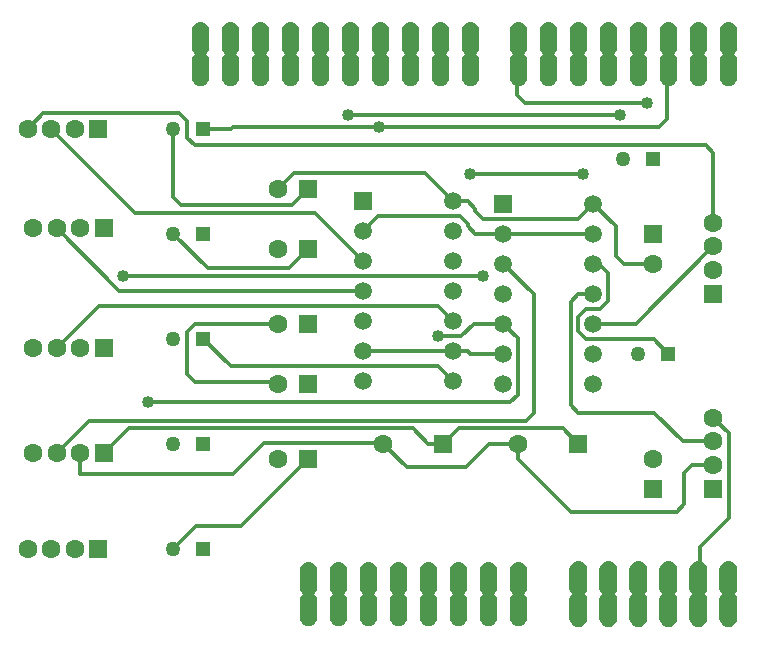
<source format=gbr>
G04 DipTrace 2.4.0.2*
%INTop.gbr*%
%MOIN*%
%ADD15C,0.013*%
%ADD17C,0.063*%
%ADD18R,0.063X0.063*%
%ADD19C,0.05*%
%ADD20R,0.05X0.05*%
%ADD21C,0.063*%
%ADD22R,0.0591X0.0591*%
%ADD23C,0.0591*%
%ADD24C,0.04*%
%FSLAX44Y44*%
G04*
G70*
G90*
G75*
G01*
%LNTop*%
%LPD*%
X26440Y16440D2*
D15*
X25450D1*
X25190Y16700D1*
Y17690D1*
X24440Y18440D1*
X13940Y14440D2*
X11145D1*
X10885Y14180D1*
Y12766D1*
X11145Y12506D1*
X13940D1*
Y12440D1*
X19756Y18531D2*
X18837Y19450D1*
X14450D1*
X13940Y18940D1*
X24440Y18440D2*
X23930Y17930D1*
X20766D1*
X20506Y18190D1*
Y18271D1*
X20246Y18531D1*
X19756D1*
X5578Y20940D2*
X6088Y21450D1*
X10625D1*
X10885Y21190D1*
Y20645D1*
X11145Y20385D1*
X28180D1*
X28440Y20125D1*
Y17802D1*
X27940Y5940D2*
X27992D1*
Y7000D1*
X28950Y7958D1*
Y10793D1*
X28440Y11302D1*
X16756Y17531D2*
X17246Y18021D1*
X19987D1*
X20246Y17761D1*
Y17700D1*
X20506Y17440D1*
X21440D1*
X16756Y13531D2*
X19756D1*
X21440Y17440D2*
X24440D1*
X19756Y13531D2*
X20246D1*
X20337Y13440D1*
X21440D1*
X26940Y22940D2*
D3*
X17286Y21005D2*
X12423D1*
X12358Y20940D1*
X11440D1*
X26940Y22940D2*
X26891D1*
Y21265D1*
X26631Y21005D1*
X17286D1*
X16266Y21400D2*
X25320D1*
X24440Y16440D2*
D3*
X24085Y19416D2*
X20340D1*
X24440Y16440D2*
X24635D1*
X24930Y16145D1*
Y15190D1*
X24670Y14930D1*
X24200D1*
X23940Y14670D1*
Y14190D1*
X24200Y13930D1*
X26450D1*
X26940Y13440D1*
X19756Y12531D2*
X19266Y13021D1*
X12359D1*
X11440Y13940D1*
X9600Y11815D2*
X21670D1*
X21930Y12075D1*
Y13950D1*
X21440Y14440D1*
X20456D1*
X20037Y14021D1*
X19266D1*
X21940Y22940D2*
X21891D1*
Y22055D1*
X22150Y21795D1*
X26239D1*
X14940Y16940D2*
X14281Y16281D1*
X11600D1*
X10440Y17440D1*
X14940Y9940D2*
X12698Y7698D1*
X11198D1*
X10440Y6940D1*
X20766Y16021D2*
X8766D1*
X14940Y18940D2*
X14391Y18391D1*
X10700D1*
X10440Y18651D1*
Y20940D1*
X23940Y10440D2*
X23430Y10950D1*
X19950D1*
X19440Y10440D1*
X18925D1*
X18416Y10950D1*
X8950D1*
X8121Y10121D1*
X28440Y9728D2*
X27730D1*
X27470Y9468D1*
Y8430D1*
X27210Y8170D1*
X23700D1*
X21940Y9930D1*
Y10440D1*
X17440D2*
X17430Y10450D1*
X13460D1*
X12440Y9430D1*
X7334D1*
Y10121D1*
X21940Y10440D2*
X20957D1*
X20187Y9670D1*
X18210D1*
X17440Y10440D1*
X16756Y16531D2*
X15156Y18131D1*
X9174D1*
X6365Y20940D1*
X16756Y15531D2*
X8637D1*
X6546Y17621D1*
X19756Y14531D2*
X19266Y15021D1*
X7946D1*
X6546Y13621D1*
X21440Y16440D2*
X22450Y15430D1*
Y11470D1*
X22190Y11210D1*
X7635D1*
X6546Y10121D1*
X24440Y15440D2*
X23940D1*
X23680Y15180D1*
Y11730D1*
X23940Y11470D1*
X26463D1*
X27418Y10515D1*
X28440D1*
Y17015D2*
X25865Y14440D1*
X24440D1*
D24*
X17286Y21005D3*
X25320Y21400D3*
X16266D3*
X20340Y19416D3*
X24085D3*
X19266Y14021D3*
X9600Y11815D3*
X26239Y21795D3*
X8766Y16021D3*
X20766D3*
G36*
X23640Y5240D2*
X23658Y5343D1*
X23710Y5433D1*
X23790Y5500D1*
X23888Y5536D1*
X23992D1*
X24090Y5500D1*
X24170Y5433D1*
X24222Y5343D1*
X24240Y5240D1*
Y4640D1*
X24222Y4538D1*
X24170Y4448D1*
X24090Y4380D1*
X23993Y4345D1*
X23888D1*
X23790Y4380D1*
X23711Y4447D1*
X23658Y4537D1*
X23640Y4640D1*
Y5240D1*
G37*
G36*
X24640D2*
X24658Y5343D1*
X24710Y5433D1*
X24790Y5500D1*
X24888Y5536D1*
X24992D1*
X25090Y5500D1*
X25170Y5433D1*
X25222Y5343D1*
X25240Y5240D1*
Y4640D1*
X25222Y4538D1*
X25170Y4448D1*
X25090Y4380D1*
X24993Y4345D1*
X24888D1*
X24790Y4380D1*
X24711Y4447D1*
X24658Y4537D1*
X24640Y4640D1*
Y5240D1*
G37*
G36*
X25640D2*
X25658Y5343D1*
X25710Y5433D1*
X25790Y5500D1*
X25888Y5536D1*
X25992D1*
X26090Y5500D1*
X26170Y5433D1*
X26222Y5343D1*
X26240Y5240D1*
Y4640D1*
X26222Y4538D1*
X26170Y4448D1*
X26090Y4380D1*
X25993Y4345D1*
X25888D1*
X25790Y4380D1*
X25711Y4447D1*
X25658Y4537D1*
X25640Y4640D1*
Y5240D1*
G37*
G36*
X26640D2*
X26658Y5343D1*
X26710Y5433D1*
X26790Y5500D1*
X26888Y5536D1*
X26992D1*
X27090Y5500D1*
X27170Y5433D1*
X27222Y5343D1*
X27240Y5240D1*
Y4640D1*
X27222Y4538D1*
X27170Y4448D1*
X27090Y4380D1*
X26993Y4345D1*
X26888D1*
X26790Y4380D1*
X26711Y4447D1*
X26658Y4537D1*
X26640Y4640D1*
Y5240D1*
G37*
G36*
X27640D2*
X27658Y5343D1*
X27710Y5433D1*
X27790Y5500D1*
X27888Y5536D1*
X27992D1*
X28090Y5500D1*
X28170Y5433D1*
X28222Y5343D1*
X28240Y5240D1*
Y4640D1*
X28222Y4538D1*
X28170Y4448D1*
X28090Y4380D1*
X27993Y4345D1*
X27888D1*
X27790Y4380D1*
X27711Y4447D1*
X27658Y4537D1*
X27640Y4640D1*
Y5240D1*
G37*
G36*
X28640D2*
X28658Y5343D1*
X28710Y5433D1*
X28790Y5500D1*
X28888Y5536D1*
X28992D1*
X29090Y5500D1*
X29170Y5433D1*
X29222Y5343D1*
X29240Y5240D1*
Y4640D1*
X29222Y4538D1*
X29170Y4448D1*
X29090Y4380D1*
X28993Y4345D1*
X28888D1*
X28790Y4380D1*
X28711Y4447D1*
X28658Y4537D1*
X28640Y4640D1*
Y5240D1*
G37*
G36*
X29227Y23653D2*
X29210Y23555D1*
X29160Y23469D1*
X29084Y23405D1*
X28990Y23371D1*
X28891Y23370D1*
X28797Y23404D1*
X28720Y23468D1*
X28671Y23555D1*
X28653Y23653D1*
Y24227D1*
X28670Y24325D1*
X28720Y24411D1*
X28796Y24476D1*
X28890Y24510D1*
X28990D1*
X29083Y24476D1*
X29160Y24412D1*
X29210Y24326D1*
X29227Y24227D1*
Y23653D1*
G37*
G36*
X28227D2*
X28210Y23555D1*
X28160Y23469D1*
X28084Y23405D1*
X27990Y23371D1*
X27891Y23370D1*
X27797Y23404D1*
X27720Y23468D1*
X27671Y23555D1*
X27653Y23653D1*
Y24227D1*
X27670Y24325D1*
X27720Y24411D1*
X27796Y24476D1*
X27890Y24510D1*
X27990D1*
X28083Y24476D1*
X28160Y24412D1*
X28210Y24326D1*
X28227Y24227D1*
Y23653D1*
G37*
G36*
X27227D2*
X27210Y23555D1*
X27160Y23469D1*
X27084Y23405D1*
X26990Y23371D1*
X26891Y23370D1*
X26797Y23404D1*
X26720Y23468D1*
X26671Y23555D1*
X26653Y23653D1*
Y24227D1*
X26670Y24325D1*
X26720Y24411D1*
X26796Y24476D1*
X26890Y24510D1*
X26990D1*
X27083Y24476D1*
X27160Y24412D1*
X27210Y24326D1*
X27227Y24227D1*
Y23653D1*
G37*
G36*
X26227D2*
X26210Y23555D1*
X26160Y23469D1*
X26084Y23405D1*
X25990Y23371D1*
X25891Y23370D1*
X25797Y23404D1*
X25720Y23468D1*
X25671Y23555D1*
X25653Y23653D1*
Y24227D1*
X25670Y24325D1*
X25720Y24411D1*
X25796Y24476D1*
X25890Y24510D1*
X25990D1*
X26083Y24476D1*
X26160Y24412D1*
X26210Y24326D1*
X26227Y24227D1*
Y23653D1*
G37*
G36*
X25227D2*
X25210Y23555D1*
X25160Y23469D1*
X25084Y23405D1*
X24990Y23371D1*
X24891Y23370D1*
X24797Y23404D1*
X24720Y23468D1*
X24671Y23555D1*
X24653Y23653D1*
Y24227D1*
X24670Y24325D1*
X24720Y24411D1*
X24796Y24476D1*
X24890Y24510D1*
X24990D1*
X25083Y24476D1*
X25160Y24412D1*
X25210Y24326D1*
X25227Y24227D1*
Y23653D1*
G37*
G36*
X24227D2*
X24210Y23555D1*
X24160Y23469D1*
X24084Y23405D1*
X23990Y23371D1*
X23891Y23370D1*
X23797Y23404D1*
X23720Y23468D1*
X23671Y23555D1*
X23653Y23653D1*
Y24227D1*
X23670Y24325D1*
X23720Y24411D1*
X23796Y24476D1*
X23890Y24510D1*
X23990D1*
X24083Y24476D1*
X24160Y24412D1*
X24210Y24326D1*
X24227Y24227D1*
Y23653D1*
G37*
G36*
X23227D2*
X23210Y23555D1*
X23160Y23469D1*
X23084Y23405D1*
X22990Y23371D1*
X22891Y23370D1*
X22797Y23404D1*
X22720Y23468D1*
X22671Y23555D1*
X22653Y23653D1*
Y24227D1*
X22670Y24325D1*
X22720Y24411D1*
X22796Y24476D1*
X22890Y24510D1*
X22990D1*
X23083Y24476D1*
X23160Y24412D1*
X23210Y24326D1*
X23227Y24227D1*
Y23653D1*
G37*
G36*
X22227D2*
X22210Y23555D1*
X22160Y23469D1*
X22084Y23405D1*
X21990Y23371D1*
X21891Y23370D1*
X21797Y23404D1*
X21720Y23468D1*
X21671Y23555D1*
X21653Y23653D1*
Y24227D1*
X21670Y24325D1*
X21720Y24411D1*
X21796Y24476D1*
X21890Y24510D1*
X21990D1*
X22083Y24476D1*
X22160Y24412D1*
X22210Y24326D1*
X22227Y24227D1*
Y23653D1*
G37*
G36*
X14653Y5227D2*
X14670Y5325D1*
X14720Y5411D1*
X14796Y5476D1*
X14890Y5510D1*
X14990D1*
X15083Y5476D1*
X15160Y5412D1*
X15210Y5326D1*
X15227Y5227D1*
Y4653D1*
X15210Y4555D1*
X15160Y4469D1*
X15084Y4405D1*
X14990Y4371D1*
X14891Y4370D1*
X14797Y4404D1*
X14720Y4468D1*
X14671Y4555D1*
X14653Y4653D1*
Y5227D1*
G37*
G36*
X15653D2*
X15670Y5325D1*
X15720Y5411D1*
X15796Y5476D1*
X15890Y5510D1*
X15990D1*
X16083Y5476D1*
X16160Y5412D1*
X16210Y5326D1*
X16227Y5227D1*
Y4653D1*
X16210Y4555D1*
X16160Y4469D1*
X16084Y4405D1*
X15990Y4371D1*
X15891Y4370D1*
X15797Y4404D1*
X15720Y4468D1*
X15671Y4555D1*
X15653Y4653D1*
Y5227D1*
G37*
G36*
X16653D2*
X16670Y5325D1*
X16720Y5411D1*
X16796Y5476D1*
X16890Y5510D1*
X16990D1*
X17083Y5476D1*
X17160Y5412D1*
X17210Y5326D1*
X17227Y5227D1*
Y4653D1*
X17210Y4555D1*
X17160Y4469D1*
X17084Y4405D1*
X16990Y4371D1*
X16891Y4370D1*
X16797Y4404D1*
X16720Y4468D1*
X16671Y4555D1*
X16653Y4653D1*
Y5227D1*
G37*
G36*
X17653D2*
X17670Y5325D1*
X17720Y5411D1*
X17796Y5476D1*
X17890Y5510D1*
X17990D1*
X18083Y5476D1*
X18160Y5412D1*
X18210Y5326D1*
X18227Y5227D1*
Y4653D1*
X18210Y4555D1*
X18160Y4469D1*
X18084Y4405D1*
X17990Y4371D1*
X17891Y4370D1*
X17797Y4404D1*
X17720Y4468D1*
X17671Y4555D1*
X17653Y4653D1*
Y5227D1*
G37*
G36*
X18653D2*
X18670Y5325D1*
X18720Y5411D1*
X18796Y5476D1*
X18890Y5510D1*
X18990D1*
X19083Y5476D1*
X19160Y5412D1*
X19210Y5326D1*
X19227Y5227D1*
Y4653D1*
X19210Y4555D1*
X19160Y4469D1*
X19084Y4405D1*
X18990Y4371D1*
X18891Y4370D1*
X18797Y4404D1*
X18720Y4468D1*
X18671Y4555D1*
X18653Y4653D1*
Y5227D1*
G37*
G36*
X19653D2*
X19670Y5325D1*
X19720Y5411D1*
X19796Y5476D1*
X19890Y5510D1*
X19990D1*
X20083Y5476D1*
X20160Y5412D1*
X20210Y5326D1*
X20227Y5227D1*
Y4653D1*
X20210Y4555D1*
X20160Y4469D1*
X20084Y4405D1*
X19990Y4371D1*
X19891Y4370D1*
X19797Y4404D1*
X19720Y4468D1*
X19671Y4555D1*
X19653Y4653D1*
Y5227D1*
G37*
G36*
X20653D2*
X20670Y5325D1*
X20720Y5411D1*
X20796Y5476D1*
X20890Y5510D1*
X20990D1*
X21083Y5476D1*
X21160Y5412D1*
X21210Y5326D1*
X21227Y5227D1*
Y4653D1*
X21210Y4555D1*
X21160Y4469D1*
X21084Y4405D1*
X20990Y4371D1*
X20891Y4370D1*
X20797Y4404D1*
X20720Y4468D1*
X20671Y4555D1*
X20653Y4653D1*
Y5227D1*
G37*
G36*
X21653D2*
X21670Y5325D1*
X21720Y5411D1*
X21796Y5476D1*
X21890Y5510D1*
X21990D1*
X22083Y5476D1*
X22160Y5412D1*
X22210Y5326D1*
X22227Y5227D1*
Y4653D1*
X22210Y4555D1*
X22160Y4469D1*
X22084Y4405D1*
X21990Y4371D1*
X21891Y4370D1*
X21797Y4404D1*
X21720Y4468D1*
X21671Y4555D1*
X21653Y4653D1*
Y5227D1*
G37*
G36*
X20627Y23653D2*
X20610Y23555D1*
X20560Y23469D1*
X20484Y23405D1*
X20390Y23371D1*
X20291Y23370D1*
X20197Y23404D1*
X20120Y23468D1*
X20071Y23555D1*
X20053Y23653D1*
Y24227D1*
X20070Y24325D1*
X20120Y24411D1*
X20196Y24476D1*
X20290Y24510D1*
X20390D1*
X20483Y24476D1*
X20560Y24412D1*
X20610Y24326D1*
X20627Y24227D1*
Y23653D1*
G37*
G36*
X19627D2*
X19610Y23555D1*
X19560Y23469D1*
X19484Y23405D1*
X19390Y23371D1*
X19291Y23370D1*
X19197Y23404D1*
X19120Y23468D1*
X19071Y23555D1*
X19053Y23653D1*
Y24227D1*
X19070Y24325D1*
X19120Y24411D1*
X19196Y24476D1*
X19290Y24510D1*
X19390D1*
X19483Y24476D1*
X19560Y24412D1*
X19610Y24326D1*
X19627Y24227D1*
Y23653D1*
G37*
G36*
X18627D2*
X18610Y23555D1*
X18560Y23469D1*
X18484Y23405D1*
X18390Y23371D1*
X18291Y23370D1*
X18197Y23404D1*
X18120Y23468D1*
X18071Y23555D1*
X18053Y23653D1*
Y24227D1*
X18070Y24325D1*
X18120Y24411D1*
X18196Y24476D1*
X18290Y24510D1*
X18390D1*
X18483Y24476D1*
X18560Y24412D1*
X18610Y24326D1*
X18627Y24227D1*
Y23653D1*
G37*
G36*
X17627D2*
X17610Y23555D1*
X17560Y23469D1*
X17484Y23405D1*
X17390Y23371D1*
X17291Y23370D1*
X17197Y23404D1*
X17120Y23468D1*
X17071Y23555D1*
X17053Y23653D1*
Y24227D1*
X17070Y24325D1*
X17120Y24411D1*
X17196Y24476D1*
X17290Y24510D1*
X17390D1*
X17483Y24476D1*
X17560Y24412D1*
X17610Y24326D1*
X17627Y24227D1*
Y23653D1*
G37*
G36*
X16627D2*
X16610Y23555D1*
X16560Y23469D1*
X16484Y23405D1*
X16390Y23371D1*
X16291Y23370D1*
X16197Y23404D1*
X16120Y23468D1*
X16071Y23555D1*
X16053Y23653D1*
Y24227D1*
X16070Y24325D1*
X16120Y24411D1*
X16196Y24476D1*
X16290Y24510D1*
X16390D1*
X16483Y24476D1*
X16560Y24412D1*
X16610Y24326D1*
X16627Y24227D1*
Y23653D1*
G37*
G36*
X15627D2*
X15610Y23555D1*
X15560Y23469D1*
X15484Y23405D1*
X15390Y23371D1*
X15291Y23370D1*
X15197Y23404D1*
X15120Y23468D1*
X15071Y23555D1*
X15053Y23653D1*
Y24227D1*
X15070Y24325D1*
X15120Y24411D1*
X15196Y24476D1*
X15290Y24510D1*
X15390D1*
X15483Y24476D1*
X15560Y24412D1*
X15610Y24326D1*
X15627Y24227D1*
Y23653D1*
G37*
G36*
X14627D2*
X14610Y23555D1*
X14560Y23469D1*
X14484Y23405D1*
X14390Y23371D1*
X14291Y23370D1*
X14197Y23404D1*
X14120Y23468D1*
X14071Y23555D1*
X14053Y23653D1*
Y24227D1*
X14070Y24325D1*
X14120Y24411D1*
X14196Y24476D1*
X14290Y24510D1*
X14390D1*
X14483Y24476D1*
X14560Y24412D1*
X14610Y24326D1*
X14627Y24227D1*
Y23653D1*
G37*
G36*
X13627D2*
X13610Y23555D1*
X13560Y23469D1*
X13484Y23405D1*
X13390Y23371D1*
X13291Y23370D1*
X13197Y23404D1*
X13120Y23468D1*
X13071Y23555D1*
X13053Y23653D1*
Y24227D1*
X13070Y24325D1*
X13120Y24411D1*
X13196Y24476D1*
X13290Y24510D1*
X13390D1*
X13483Y24476D1*
X13560Y24412D1*
X13610Y24326D1*
X13627Y24227D1*
Y23653D1*
G37*
G36*
X12627D2*
X12610Y23555D1*
X12560Y23469D1*
X12484Y23405D1*
X12390Y23371D1*
X12291Y23370D1*
X12197Y23404D1*
X12120Y23468D1*
X12071Y23555D1*
X12053Y23653D1*
Y24227D1*
X12070Y24325D1*
X12120Y24411D1*
X12196Y24476D1*
X12290Y24510D1*
X12390D1*
X12483Y24476D1*
X12560Y24412D1*
X12610Y24326D1*
X12627Y24227D1*
Y23653D1*
G37*
G36*
X11627D2*
X11610Y23555D1*
X11560Y23469D1*
X11484Y23405D1*
X11390Y23371D1*
X11291Y23370D1*
X11197Y23404D1*
X11120Y23468D1*
X11071Y23555D1*
X11053Y23653D1*
Y24227D1*
X11070Y24325D1*
X11120Y24411D1*
X11196Y24476D1*
X11290Y24510D1*
X11390D1*
X11483Y24476D1*
X11560Y24412D1*
X11610Y24326D1*
X11627Y24227D1*
Y23653D1*
G37*
G36*
X20627Y22653D2*
X20610Y22555D1*
X20560Y22469D1*
X20484Y22405D1*
X20390Y22371D1*
X20291Y22370D1*
X20197Y22404D1*
X20120Y22468D1*
X20071Y22555D1*
X20053Y22653D1*
Y23227D1*
X20070Y23325D1*
X20120Y23411D1*
X20196Y23476D1*
X20290Y23510D1*
X20390D1*
X20483Y23476D1*
X20560Y23412D1*
X20610Y23326D1*
X20627Y23227D1*
Y22653D1*
G37*
G36*
X19627D2*
X19610Y22555D1*
X19560Y22469D1*
X19484Y22405D1*
X19390Y22371D1*
X19291Y22370D1*
X19197Y22404D1*
X19120Y22468D1*
X19071Y22555D1*
X19053Y22653D1*
Y23227D1*
X19070Y23325D1*
X19120Y23411D1*
X19196Y23476D1*
X19290Y23510D1*
X19390D1*
X19483Y23476D1*
X19560Y23412D1*
X19610Y23326D1*
X19627Y23227D1*
Y22653D1*
G37*
G36*
X18627D2*
X18610Y22555D1*
X18560Y22469D1*
X18484Y22405D1*
X18390Y22371D1*
X18291Y22370D1*
X18197Y22404D1*
X18120Y22468D1*
X18071Y22555D1*
X18053Y22653D1*
Y23227D1*
X18070Y23325D1*
X18120Y23411D1*
X18196Y23476D1*
X18290Y23510D1*
X18390D1*
X18483Y23476D1*
X18560Y23412D1*
X18610Y23326D1*
X18627Y23227D1*
Y22653D1*
G37*
G36*
X17627D2*
X17610Y22555D1*
X17560Y22469D1*
X17484Y22405D1*
X17390Y22371D1*
X17291Y22370D1*
X17197Y22404D1*
X17120Y22468D1*
X17071Y22555D1*
X17053Y22653D1*
Y23227D1*
X17070Y23325D1*
X17120Y23411D1*
X17196Y23476D1*
X17290Y23510D1*
X17390D1*
X17483Y23476D1*
X17560Y23412D1*
X17610Y23326D1*
X17627Y23227D1*
Y22653D1*
G37*
G36*
X16627D2*
X16610Y22555D1*
X16560Y22469D1*
X16484Y22405D1*
X16390Y22371D1*
X16291Y22370D1*
X16197Y22404D1*
X16120Y22468D1*
X16071Y22555D1*
X16053Y22653D1*
Y23227D1*
X16070Y23325D1*
X16120Y23411D1*
X16196Y23476D1*
X16290Y23510D1*
X16390D1*
X16483Y23476D1*
X16560Y23412D1*
X16610Y23326D1*
X16627Y23227D1*
Y22653D1*
G37*
G36*
X15627D2*
X15610Y22555D1*
X15560Y22469D1*
X15484Y22405D1*
X15390Y22371D1*
X15291Y22370D1*
X15197Y22404D1*
X15120Y22468D1*
X15071Y22555D1*
X15053Y22653D1*
Y23227D1*
X15070Y23325D1*
X15120Y23411D1*
X15196Y23476D1*
X15290Y23510D1*
X15390D1*
X15483Y23476D1*
X15560Y23412D1*
X15610Y23326D1*
X15627Y23227D1*
Y22653D1*
G37*
G36*
X14627D2*
X14610Y22555D1*
X14560Y22469D1*
X14484Y22405D1*
X14390Y22371D1*
X14291Y22370D1*
X14197Y22404D1*
X14120Y22468D1*
X14071Y22555D1*
X14053Y22653D1*
Y23227D1*
X14070Y23325D1*
X14120Y23411D1*
X14196Y23476D1*
X14290Y23510D1*
X14390D1*
X14483Y23476D1*
X14560Y23412D1*
X14610Y23326D1*
X14627Y23227D1*
Y22653D1*
G37*
G36*
X13627D2*
X13610Y22555D1*
X13560Y22469D1*
X13484Y22405D1*
X13390Y22371D1*
X13291Y22370D1*
X13197Y22404D1*
X13120Y22468D1*
X13071Y22555D1*
X13053Y22653D1*
Y23227D1*
X13070Y23325D1*
X13120Y23411D1*
X13196Y23476D1*
X13290Y23510D1*
X13390D1*
X13483Y23476D1*
X13560Y23412D1*
X13610Y23326D1*
X13627Y23227D1*
Y22653D1*
G37*
G36*
X12627D2*
X12610Y22555D1*
X12560Y22469D1*
X12484Y22405D1*
X12390Y22371D1*
X12291Y22370D1*
X12197Y22404D1*
X12120Y22468D1*
X12071Y22555D1*
X12053Y22653D1*
Y23227D1*
X12070Y23325D1*
X12120Y23411D1*
X12196Y23476D1*
X12290Y23510D1*
X12390D1*
X12483Y23476D1*
X12560Y23412D1*
X12610Y23326D1*
X12627Y23227D1*
Y22653D1*
G37*
G36*
X11627D2*
X11610Y22555D1*
X11560Y22469D1*
X11484Y22405D1*
X11390Y22371D1*
X11291Y22370D1*
X11197Y22404D1*
X11120Y22468D1*
X11071Y22555D1*
X11053Y22653D1*
Y23227D1*
X11070Y23325D1*
X11120Y23411D1*
X11196Y23476D1*
X11290Y23510D1*
X11390D1*
X11483Y23476D1*
X11560Y23412D1*
X11610Y23326D1*
X11627Y23227D1*
Y22653D1*
G37*
G36*
X29227D2*
X29210Y22555D1*
X29160Y22469D1*
X29084Y22405D1*
X28990Y22371D1*
X28891Y22370D1*
X28797Y22404D1*
X28720Y22468D1*
X28671Y22555D1*
X28653Y22653D1*
Y23227D1*
X28670Y23325D1*
X28720Y23411D1*
X28796Y23476D1*
X28890Y23510D1*
X28990D1*
X29083Y23476D1*
X29160Y23412D1*
X29210Y23326D1*
X29227Y23227D1*
Y22653D1*
G37*
G36*
X28227D2*
X28210Y22555D1*
X28160Y22469D1*
X28084Y22405D1*
X27990Y22371D1*
X27891Y22370D1*
X27797Y22404D1*
X27720Y22468D1*
X27671Y22555D1*
X27653Y22653D1*
Y23227D1*
X27670Y23325D1*
X27720Y23411D1*
X27796Y23476D1*
X27890Y23510D1*
X27990D1*
X28083Y23476D1*
X28160Y23412D1*
X28210Y23326D1*
X28227Y23227D1*
Y22653D1*
G37*
G36*
X27227D2*
X27210Y22555D1*
X27160Y22469D1*
X27084Y22405D1*
X26990Y22371D1*
X26891Y22370D1*
X26797Y22404D1*
X26720Y22468D1*
X26671Y22555D1*
X26653Y22653D1*
Y23227D1*
X26670Y23325D1*
X26720Y23411D1*
X26796Y23476D1*
X26890Y23510D1*
X26990D1*
X27083Y23476D1*
X27160Y23412D1*
X27210Y23326D1*
X27227Y23227D1*
Y22653D1*
G37*
G36*
X26227D2*
X26210Y22555D1*
X26160Y22469D1*
X26084Y22405D1*
X25990Y22371D1*
X25891Y22370D1*
X25797Y22404D1*
X25720Y22468D1*
X25671Y22555D1*
X25653Y22653D1*
Y23227D1*
X25670Y23325D1*
X25720Y23411D1*
X25796Y23476D1*
X25890Y23510D1*
X25990D1*
X26083Y23476D1*
X26160Y23412D1*
X26210Y23326D1*
X26227Y23227D1*
Y22653D1*
G37*
G36*
X25227D2*
X25210Y22555D1*
X25160Y22469D1*
X25084Y22405D1*
X24990Y22371D1*
X24891Y22370D1*
X24797Y22404D1*
X24720Y22468D1*
X24671Y22555D1*
X24653Y22653D1*
Y23227D1*
X24670Y23325D1*
X24720Y23411D1*
X24796Y23476D1*
X24890Y23510D1*
X24990D1*
X25083Y23476D1*
X25160Y23412D1*
X25210Y23326D1*
X25227Y23227D1*
Y22653D1*
G37*
G36*
X24227D2*
X24210Y22555D1*
X24160Y22469D1*
X24084Y22405D1*
X23990Y22371D1*
X23891Y22370D1*
X23797Y22404D1*
X23720Y22468D1*
X23671Y22555D1*
X23653Y22653D1*
Y23227D1*
X23670Y23325D1*
X23720Y23411D1*
X23796Y23476D1*
X23890Y23510D1*
X23990D1*
X24083Y23476D1*
X24160Y23412D1*
X24210Y23326D1*
X24227Y23227D1*
Y22653D1*
G37*
G36*
X23227D2*
X23210Y22555D1*
X23160Y22469D1*
X23084Y22405D1*
X22990Y22371D1*
X22891Y22370D1*
X22797Y22404D1*
X22720Y22468D1*
X22671Y22555D1*
X22653Y22653D1*
Y23227D1*
X22670Y23325D1*
X22720Y23411D1*
X22796Y23476D1*
X22890Y23510D1*
X22990D1*
X23083Y23476D1*
X23160Y23412D1*
X23210Y23326D1*
X23227Y23227D1*
Y22653D1*
G37*
G36*
X22227D2*
X22210Y22555D1*
X22160Y22469D1*
X22084Y22405D1*
X21990Y22371D1*
X21891Y22370D1*
X21797Y22404D1*
X21720Y22468D1*
X21671Y22555D1*
X21653Y22653D1*
Y23227D1*
X21670Y23325D1*
X21720Y23411D1*
X21796Y23476D1*
X21890Y23510D1*
X21990D1*
X22083Y23476D1*
X22160Y23412D1*
X22210Y23326D1*
X22227Y23227D1*
Y22653D1*
G37*
G36*
X23640Y6240D2*
X23658Y6343D1*
X23710Y6433D1*
X23790Y6500D1*
X23888Y6536D1*
X23992D1*
X24090Y6500D1*
X24170Y6433D1*
X24222Y6343D1*
X24240Y6240D1*
Y5640D1*
X24222Y5538D1*
X24170Y5448D1*
X24090Y5380D1*
X23993Y5345D1*
X23888D1*
X23790Y5380D1*
X23711Y5447D1*
X23658Y5537D1*
X23640Y5640D1*
Y6240D1*
G37*
G36*
X24640D2*
X24658Y6343D1*
X24710Y6433D1*
X24790Y6500D1*
X24888Y6536D1*
X24992D1*
X25090Y6500D1*
X25170Y6433D1*
X25222Y6343D1*
X25240Y6240D1*
Y5640D1*
X25222Y5538D1*
X25170Y5448D1*
X25090Y5380D1*
X24993Y5345D1*
X24888D1*
X24790Y5380D1*
X24711Y5447D1*
X24658Y5537D1*
X24640Y5640D1*
Y6240D1*
G37*
G36*
X25640D2*
X25658Y6343D1*
X25710Y6433D1*
X25790Y6500D1*
X25888Y6536D1*
X25992D1*
X26090Y6500D1*
X26170Y6433D1*
X26222Y6343D1*
X26240Y6240D1*
Y5640D1*
X26222Y5538D1*
X26170Y5448D1*
X26090Y5380D1*
X25993Y5345D1*
X25888D1*
X25790Y5380D1*
X25711Y5447D1*
X25658Y5537D1*
X25640Y5640D1*
Y6240D1*
G37*
G36*
X26640D2*
X26658Y6343D1*
X26710Y6433D1*
X26790Y6500D1*
X26888Y6536D1*
X26992D1*
X27090Y6500D1*
X27170Y6433D1*
X27222Y6343D1*
X27240Y6240D1*
Y5640D1*
X27222Y5538D1*
X27170Y5448D1*
X27090Y5380D1*
X26993Y5345D1*
X26888D1*
X26790Y5380D1*
X26711Y5447D1*
X26658Y5537D1*
X26640Y5640D1*
Y6240D1*
G37*
G36*
X27640D2*
X27658Y6343D1*
X27710Y6433D1*
X27790Y6500D1*
X27888Y6536D1*
X27992D1*
X28090Y6500D1*
X28170Y6433D1*
X28222Y6343D1*
X28240Y6240D1*
Y5640D1*
X28222Y5538D1*
X28170Y5448D1*
X28090Y5380D1*
X27993Y5345D1*
X27888D1*
X27790Y5380D1*
X27711Y5447D1*
X27658Y5537D1*
X27640Y5640D1*
Y6240D1*
G37*
G36*
X28640D2*
X28658Y6343D1*
X28710Y6433D1*
X28790Y6500D1*
X28888Y6536D1*
X28992D1*
X29090Y6500D1*
X29170Y6433D1*
X29222Y6343D1*
X29240Y6240D1*
Y5640D1*
X29222Y5538D1*
X29170Y5448D1*
X29090Y5380D1*
X28993Y5345D1*
X28888D1*
X28790Y5380D1*
X28711Y5447D1*
X28658Y5537D1*
X28640Y5640D1*
Y6240D1*
G37*
G36*
X14653Y6227D2*
X14670Y6325D1*
X14720Y6411D1*
X14796Y6476D1*
X14890Y6510D1*
X14990D1*
X15083Y6476D1*
X15160Y6412D1*
X15210Y6326D1*
X15227Y6227D1*
Y5653D1*
X15210Y5555D1*
X15160Y5469D1*
X15084Y5405D1*
X14990Y5371D1*
X14891Y5370D1*
X14797Y5404D1*
X14720Y5468D1*
X14671Y5555D1*
X14653Y5653D1*
Y6227D1*
G37*
G36*
X15653D2*
X15670Y6325D1*
X15720Y6411D1*
X15796Y6476D1*
X15890Y6510D1*
X15990D1*
X16083Y6476D1*
X16160Y6412D1*
X16210Y6326D1*
X16227Y6227D1*
Y5653D1*
X16210Y5555D1*
X16160Y5469D1*
X16084Y5405D1*
X15990Y5371D1*
X15891Y5370D1*
X15797Y5404D1*
X15720Y5468D1*
X15671Y5555D1*
X15653Y5653D1*
Y6227D1*
G37*
G36*
X16653D2*
X16670Y6325D1*
X16720Y6411D1*
X16796Y6476D1*
X16890Y6510D1*
X16990D1*
X17083Y6476D1*
X17160Y6412D1*
X17210Y6326D1*
X17227Y6227D1*
Y5653D1*
X17210Y5555D1*
X17160Y5469D1*
X17084Y5405D1*
X16990Y5371D1*
X16891Y5370D1*
X16797Y5404D1*
X16720Y5468D1*
X16671Y5555D1*
X16653Y5653D1*
Y6227D1*
G37*
G36*
X17653D2*
X17670Y6325D1*
X17720Y6411D1*
X17796Y6476D1*
X17890Y6510D1*
X17990D1*
X18083Y6476D1*
X18160Y6412D1*
X18210Y6326D1*
X18227Y6227D1*
Y5653D1*
X18210Y5555D1*
X18160Y5469D1*
X18084Y5405D1*
X17990Y5371D1*
X17891Y5370D1*
X17797Y5404D1*
X17720Y5468D1*
X17671Y5555D1*
X17653Y5653D1*
Y6227D1*
G37*
G36*
X18653D2*
X18670Y6325D1*
X18720Y6411D1*
X18796Y6476D1*
X18890Y6510D1*
X18990D1*
X19083Y6476D1*
X19160Y6412D1*
X19210Y6326D1*
X19227Y6227D1*
Y5653D1*
X19210Y5555D1*
X19160Y5469D1*
X19084Y5405D1*
X18990Y5371D1*
X18891Y5370D1*
X18797Y5404D1*
X18720Y5468D1*
X18671Y5555D1*
X18653Y5653D1*
Y6227D1*
G37*
G36*
X19653D2*
X19670Y6325D1*
X19720Y6411D1*
X19796Y6476D1*
X19890Y6510D1*
X19990D1*
X20083Y6476D1*
X20160Y6412D1*
X20210Y6326D1*
X20227Y6227D1*
Y5653D1*
X20210Y5555D1*
X20160Y5469D1*
X20084Y5405D1*
X19990Y5371D1*
X19891Y5370D1*
X19797Y5404D1*
X19720Y5468D1*
X19671Y5555D1*
X19653Y5653D1*
Y6227D1*
G37*
G36*
X20653D2*
X20670Y6325D1*
X20720Y6411D1*
X20796Y6476D1*
X20890Y6510D1*
X20990D1*
X21083Y6476D1*
X21160Y6412D1*
X21210Y6326D1*
X21227Y6227D1*
Y5653D1*
X21210Y5555D1*
X21160Y5469D1*
X21084Y5405D1*
X20990Y5371D1*
X20891Y5370D1*
X20797Y5404D1*
X20720Y5468D1*
X20671Y5555D1*
X20653Y5653D1*
Y6227D1*
G37*
G36*
X21653D2*
X21670Y6325D1*
X21720Y6411D1*
X21796Y6476D1*
X21890Y6510D1*
X21990D1*
X22083Y6476D1*
X22160Y6412D1*
X22210Y6326D1*
X22227Y6227D1*
Y5653D1*
X22210Y5555D1*
X22160Y5469D1*
X22084Y5405D1*
X21990Y5371D1*
X21891Y5370D1*
X21797Y5404D1*
X21720Y5468D1*
X21671Y5555D1*
X21653Y5653D1*
Y6227D1*
G37*
D17*
X17440Y10440D3*
D18*
X19440D3*
D17*
X21940D3*
D18*
X23940D3*
D19*
X10440Y20940D3*
D20*
X11440D3*
D19*
X10440Y17440D3*
D20*
X11440D3*
D19*
X10440Y13940D3*
D20*
X11440D3*
D19*
X10440Y10440D3*
D20*
X11440D3*
D19*
X10440Y6940D3*
D20*
X11440D3*
D19*
X25440Y19940D3*
D20*
X26440D3*
D19*
X25940Y13440D3*
D20*
X26940D3*
D18*
X7940Y20940D3*
D21*
X7153D3*
X6365D3*
X5578D3*
D18*
X8121Y17621D3*
D21*
X7334D3*
X6546D3*
X5759D3*
D18*
X8121Y13621D3*
D21*
X7334D3*
X6546D3*
X5759D3*
D18*
X8121Y10121D3*
D21*
X7334D3*
X6546D3*
X5759D3*
D18*
X7940Y6940D3*
D21*
X7153D3*
X6365D3*
X5578D3*
D18*
X28440Y15440D3*
D21*
Y16228D3*
Y17015D3*
Y17802D3*
D18*
Y8940D3*
D21*
Y9728D3*
Y10515D3*
Y11302D3*
D17*
X13940Y18940D3*
D18*
X14940D3*
D17*
X13940Y16940D3*
D18*
X14940D3*
D17*
X13940Y14440D3*
D18*
X14940D3*
D17*
X13940Y12440D3*
D18*
X14940D3*
D17*
X13940Y9940D3*
D18*
X14940D3*
D17*
X26440Y16440D3*
D18*
Y17440D3*
D17*
Y9940D3*
D18*
Y8940D3*
D22*
X16756Y18531D3*
D23*
Y17531D3*
Y16531D3*
Y15531D3*
Y14531D3*
Y13531D3*
Y12531D3*
X19756D3*
Y13531D3*
Y14531D3*
Y15531D3*
Y16531D3*
Y17531D3*
Y18531D3*
D22*
X21440Y18440D3*
D23*
Y17440D3*
Y16440D3*
Y15440D3*
Y14440D3*
Y13440D3*
Y12440D3*
X24440D3*
Y13440D3*
Y14440D3*
Y15440D3*
Y16440D3*
Y17440D3*
Y18440D3*
M02*

</source>
